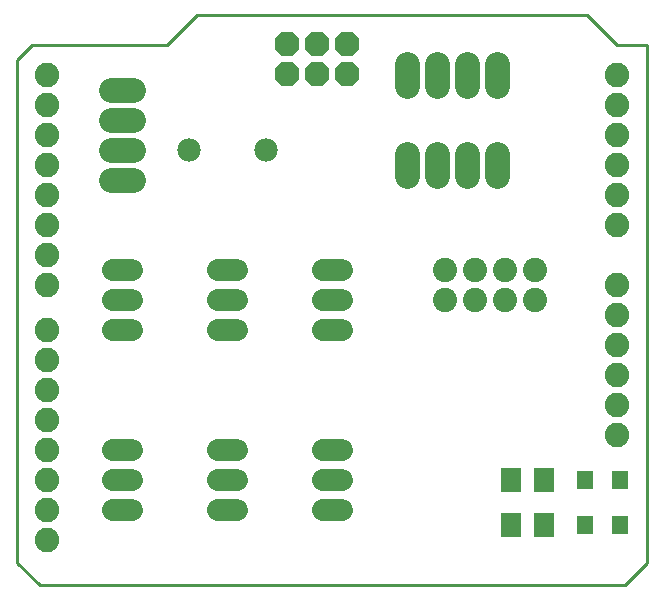
<source format=gts>
G75*
%MOIN*%
%OFA0B0*%
%FSLAX24Y24*%
%IPPOS*%
%LPD*%
%AMOC8*
5,1,8,0,0,1.08239X$1,22.5*
%
%ADD10C,0.0100*%
%ADD11C,0.0820*%
%ADD12C,0.0808*%
%ADD13C,0.0720*%
%ADD14C,0.0780*%
%ADD15R,0.0552X0.0631*%
%ADD16OC8,0.0820*%
%ADD17R,0.0710X0.0789*%
%ADD18C,0.0820*%
D10*
X009083Y010752D02*
X028583Y010752D01*
X029333Y011502D01*
X029333Y028752D01*
X028333Y028752D01*
X027333Y029752D01*
X014333Y029752D01*
X013333Y028752D01*
X008833Y028752D01*
X008333Y028252D01*
X008333Y011502D01*
X009083Y010752D01*
D11*
X009333Y012252D03*
X009333Y013252D03*
X009333Y014252D03*
X009333Y015252D03*
X009333Y016252D03*
X009333Y017252D03*
X009333Y018252D03*
X009333Y019252D03*
X009333Y020752D03*
X009333Y021752D03*
X009333Y022752D03*
X009333Y023752D03*
X009333Y024752D03*
X009333Y025752D03*
X009333Y026752D03*
X009333Y027752D03*
X028333Y027752D03*
X028333Y026752D03*
X028333Y025752D03*
X028333Y024752D03*
X028333Y023752D03*
X028333Y022752D03*
X028333Y020752D03*
X028333Y019752D03*
X028333Y018752D03*
X028333Y017752D03*
X028333Y016752D03*
X028333Y015752D03*
D12*
X025583Y020252D03*
X024583Y020252D03*
X024583Y021252D03*
X025583Y021252D03*
X023583Y021252D03*
X023583Y020252D03*
X022583Y020252D03*
X022583Y021252D03*
D13*
X019153Y021252D02*
X018513Y021252D01*
X018513Y020252D02*
X019153Y020252D01*
X019153Y019252D02*
X018513Y019252D01*
X015653Y019252D02*
X015013Y019252D01*
X015013Y020252D02*
X015653Y020252D01*
X015653Y021252D02*
X015013Y021252D01*
X012153Y021252D02*
X011513Y021252D01*
X011513Y020252D02*
X012153Y020252D01*
X012153Y019252D02*
X011513Y019252D01*
X011513Y015252D02*
X012153Y015252D01*
X012153Y014252D02*
X011513Y014252D01*
X011513Y013252D02*
X012153Y013252D01*
X015013Y013252D02*
X015653Y013252D01*
X015653Y014252D02*
X015013Y014252D01*
X015013Y015252D02*
X015653Y015252D01*
X018513Y015252D02*
X019153Y015252D01*
X019153Y014252D02*
X018513Y014252D01*
X018513Y013252D02*
X019153Y013252D01*
D14*
X016613Y025252D03*
X014054Y025252D03*
D15*
X027243Y014252D03*
X028424Y014252D03*
X028424Y012752D03*
X027243Y012752D03*
D16*
X019333Y027802D03*
X018333Y027802D03*
X017333Y027802D03*
X017333Y028802D03*
X018333Y028802D03*
X019333Y028802D03*
D17*
X024782Y014252D03*
X025885Y014252D03*
X025885Y012752D03*
X024782Y012752D03*
D18*
X024333Y024382D02*
X024333Y025122D01*
X023333Y025122D02*
X023333Y024382D01*
X022333Y024382D02*
X022333Y025122D01*
X021333Y025122D02*
X021333Y024382D01*
X021333Y027382D02*
X021333Y028122D01*
X022333Y028122D02*
X022333Y027382D01*
X023333Y027382D02*
X023333Y028122D01*
X024333Y028122D02*
X024333Y027382D01*
X012203Y027252D02*
X011463Y027252D01*
X011463Y026252D02*
X012203Y026252D01*
X012203Y025252D02*
X011463Y025252D01*
X011463Y024252D02*
X012203Y024252D01*
M02*

</source>
